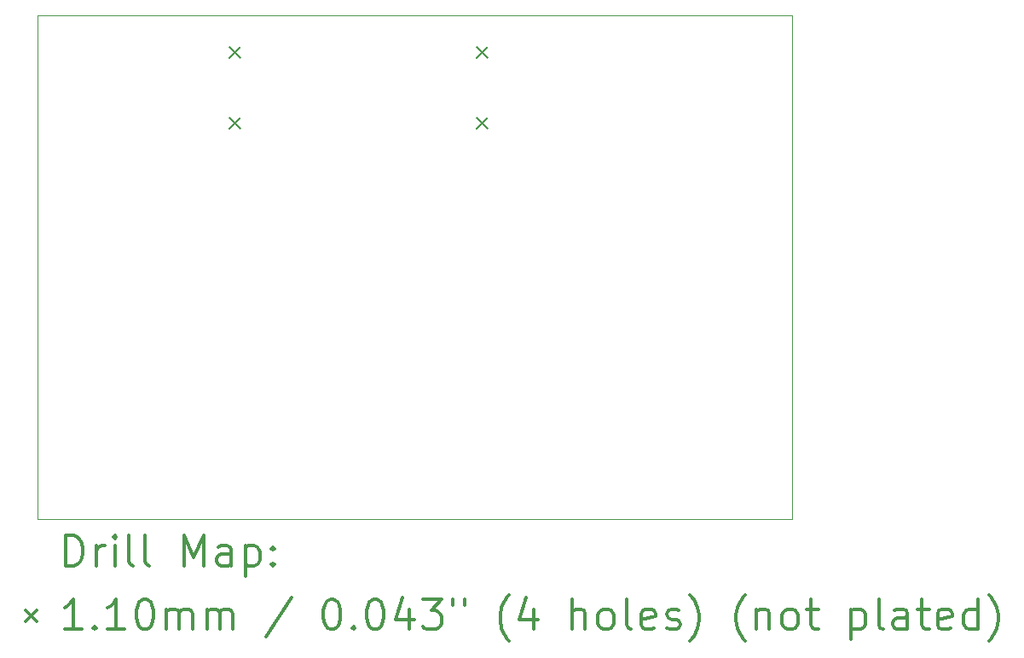
<source format=gbr>
%FSLAX45Y45*%
G04 Gerber Fmt 4.5, Leading zero omitted, Abs format (unit mm)*
G04 Created by KiCad (PCBNEW (5.1.9)-1) date 2021-12-15 22:15:21*
%MOMM*%
%LPD*%
G01*
G04 APERTURE LIST*
%TA.AperFunction,Profile*%
%ADD10C,0.050000*%
%TD*%
%ADD11C,0.200000*%
%ADD12C,0.300000*%
G04 APERTURE END LIST*
D10*
X14000000Y-10100000D02*
X14000000Y-5100000D01*
X21500000Y-5100000D02*
X21500000Y-10100000D01*
X21500000Y-10100000D02*
X14000000Y-10100000D01*
X14000000Y-5100000D02*
X21500000Y-5100000D01*
D11*
X15908900Y-5415500D02*
X16018900Y-5525500D01*
X16018900Y-5415500D02*
X15908900Y-5525500D01*
X15908900Y-6115500D02*
X16018900Y-6225500D01*
X16018900Y-6115500D02*
X15908900Y-6225500D01*
X18360000Y-5415500D02*
X18470000Y-5525500D01*
X18470000Y-5415500D02*
X18360000Y-5525500D01*
X18360000Y-6115500D02*
X18470000Y-6225500D01*
X18470000Y-6115500D02*
X18360000Y-6225500D01*
D12*
X14283928Y-10568214D02*
X14283928Y-10268214D01*
X14355357Y-10268214D01*
X14398214Y-10282500D01*
X14426786Y-10311072D01*
X14441071Y-10339643D01*
X14455357Y-10396786D01*
X14455357Y-10439643D01*
X14441071Y-10496786D01*
X14426786Y-10525357D01*
X14398214Y-10553929D01*
X14355357Y-10568214D01*
X14283928Y-10568214D01*
X14583928Y-10568214D02*
X14583928Y-10368214D01*
X14583928Y-10425357D02*
X14598214Y-10396786D01*
X14612500Y-10382500D01*
X14641071Y-10368214D01*
X14669643Y-10368214D01*
X14769643Y-10568214D02*
X14769643Y-10368214D01*
X14769643Y-10268214D02*
X14755357Y-10282500D01*
X14769643Y-10296786D01*
X14783928Y-10282500D01*
X14769643Y-10268214D01*
X14769643Y-10296786D01*
X14955357Y-10568214D02*
X14926786Y-10553929D01*
X14912500Y-10525357D01*
X14912500Y-10268214D01*
X15112500Y-10568214D02*
X15083928Y-10553929D01*
X15069643Y-10525357D01*
X15069643Y-10268214D01*
X15455357Y-10568214D02*
X15455357Y-10268214D01*
X15555357Y-10482500D01*
X15655357Y-10268214D01*
X15655357Y-10568214D01*
X15926786Y-10568214D02*
X15926786Y-10411072D01*
X15912500Y-10382500D01*
X15883928Y-10368214D01*
X15826786Y-10368214D01*
X15798214Y-10382500D01*
X15926786Y-10553929D02*
X15898214Y-10568214D01*
X15826786Y-10568214D01*
X15798214Y-10553929D01*
X15783928Y-10525357D01*
X15783928Y-10496786D01*
X15798214Y-10468214D01*
X15826786Y-10453929D01*
X15898214Y-10453929D01*
X15926786Y-10439643D01*
X16069643Y-10368214D02*
X16069643Y-10668214D01*
X16069643Y-10382500D02*
X16098214Y-10368214D01*
X16155357Y-10368214D01*
X16183928Y-10382500D01*
X16198214Y-10396786D01*
X16212500Y-10425357D01*
X16212500Y-10511072D01*
X16198214Y-10539643D01*
X16183928Y-10553929D01*
X16155357Y-10568214D01*
X16098214Y-10568214D01*
X16069643Y-10553929D01*
X16341071Y-10539643D02*
X16355357Y-10553929D01*
X16341071Y-10568214D01*
X16326786Y-10553929D01*
X16341071Y-10539643D01*
X16341071Y-10568214D01*
X16341071Y-10382500D02*
X16355357Y-10396786D01*
X16341071Y-10411072D01*
X16326786Y-10396786D01*
X16341071Y-10382500D01*
X16341071Y-10411072D01*
X13887500Y-11007500D02*
X13997500Y-11117500D01*
X13997500Y-11007500D02*
X13887500Y-11117500D01*
X14441071Y-11198214D02*
X14269643Y-11198214D01*
X14355357Y-11198214D02*
X14355357Y-10898214D01*
X14326786Y-10941072D01*
X14298214Y-10969643D01*
X14269643Y-10983929D01*
X14569643Y-11169643D02*
X14583928Y-11183929D01*
X14569643Y-11198214D01*
X14555357Y-11183929D01*
X14569643Y-11169643D01*
X14569643Y-11198214D01*
X14869643Y-11198214D02*
X14698214Y-11198214D01*
X14783928Y-11198214D02*
X14783928Y-10898214D01*
X14755357Y-10941072D01*
X14726786Y-10969643D01*
X14698214Y-10983929D01*
X15055357Y-10898214D02*
X15083928Y-10898214D01*
X15112500Y-10912500D01*
X15126786Y-10926786D01*
X15141071Y-10955357D01*
X15155357Y-11012500D01*
X15155357Y-11083929D01*
X15141071Y-11141072D01*
X15126786Y-11169643D01*
X15112500Y-11183929D01*
X15083928Y-11198214D01*
X15055357Y-11198214D01*
X15026786Y-11183929D01*
X15012500Y-11169643D01*
X14998214Y-11141072D01*
X14983928Y-11083929D01*
X14983928Y-11012500D01*
X14998214Y-10955357D01*
X15012500Y-10926786D01*
X15026786Y-10912500D01*
X15055357Y-10898214D01*
X15283928Y-11198214D02*
X15283928Y-10998214D01*
X15283928Y-11026786D02*
X15298214Y-11012500D01*
X15326786Y-10998214D01*
X15369643Y-10998214D01*
X15398214Y-11012500D01*
X15412500Y-11041072D01*
X15412500Y-11198214D01*
X15412500Y-11041072D02*
X15426786Y-11012500D01*
X15455357Y-10998214D01*
X15498214Y-10998214D01*
X15526786Y-11012500D01*
X15541071Y-11041072D01*
X15541071Y-11198214D01*
X15683928Y-11198214D02*
X15683928Y-10998214D01*
X15683928Y-11026786D02*
X15698214Y-11012500D01*
X15726786Y-10998214D01*
X15769643Y-10998214D01*
X15798214Y-11012500D01*
X15812500Y-11041072D01*
X15812500Y-11198214D01*
X15812500Y-11041072D02*
X15826786Y-11012500D01*
X15855357Y-10998214D01*
X15898214Y-10998214D01*
X15926786Y-11012500D01*
X15941071Y-11041072D01*
X15941071Y-11198214D01*
X16526786Y-10883929D02*
X16269643Y-11269643D01*
X16912500Y-10898214D02*
X16941071Y-10898214D01*
X16969643Y-10912500D01*
X16983928Y-10926786D01*
X16998214Y-10955357D01*
X17012500Y-11012500D01*
X17012500Y-11083929D01*
X16998214Y-11141072D01*
X16983928Y-11169643D01*
X16969643Y-11183929D01*
X16941071Y-11198214D01*
X16912500Y-11198214D01*
X16883928Y-11183929D01*
X16869643Y-11169643D01*
X16855357Y-11141072D01*
X16841071Y-11083929D01*
X16841071Y-11012500D01*
X16855357Y-10955357D01*
X16869643Y-10926786D01*
X16883928Y-10912500D01*
X16912500Y-10898214D01*
X17141071Y-11169643D02*
X17155357Y-11183929D01*
X17141071Y-11198214D01*
X17126786Y-11183929D01*
X17141071Y-11169643D01*
X17141071Y-11198214D01*
X17341071Y-10898214D02*
X17369643Y-10898214D01*
X17398214Y-10912500D01*
X17412500Y-10926786D01*
X17426786Y-10955357D01*
X17441071Y-11012500D01*
X17441071Y-11083929D01*
X17426786Y-11141072D01*
X17412500Y-11169643D01*
X17398214Y-11183929D01*
X17369643Y-11198214D01*
X17341071Y-11198214D01*
X17312500Y-11183929D01*
X17298214Y-11169643D01*
X17283928Y-11141072D01*
X17269643Y-11083929D01*
X17269643Y-11012500D01*
X17283928Y-10955357D01*
X17298214Y-10926786D01*
X17312500Y-10912500D01*
X17341071Y-10898214D01*
X17698214Y-10998214D02*
X17698214Y-11198214D01*
X17626786Y-10883929D02*
X17555357Y-11098214D01*
X17741071Y-11098214D01*
X17826786Y-10898214D02*
X18012500Y-10898214D01*
X17912500Y-11012500D01*
X17955357Y-11012500D01*
X17983928Y-11026786D01*
X17998214Y-11041072D01*
X18012500Y-11069643D01*
X18012500Y-11141072D01*
X17998214Y-11169643D01*
X17983928Y-11183929D01*
X17955357Y-11198214D01*
X17869643Y-11198214D01*
X17841071Y-11183929D01*
X17826786Y-11169643D01*
X18126786Y-10898214D02*
X18126786Y-10955357D01*
X18241071Y-10898214D02*
X18241071Y-10955357D01*
X18683928Y-11312500D02*
X18669643Y-11298214D01*
X18641071Y-11255357D01*
X18626786Y-11226786D01*
X18612500Y-11183929D01*
X18598214Y-11112500D01*
X18598214Y-11055357D01*
X18612500Y-10983929D01*
X18626786Y-10941072D01*
X18641071Y-10912500D01*
X18669643Y-10869643D01*
X18683928Y-10855357D01*
X18926786Y-10998214D02*
X18926786Y-11198214D01*
X18855357Y-10883929D02*
X18783928Y-11098214D01*
X18969643Y-11098214D01*
X19312500Y-11198214D02*
X19312500Y-10898214D01*
X19441071Y-11198214D02*
X19441071Y-11041072D01*
X19426786Y-11012500D01*
X19398214Y-10998214D01*
X19355357Y-10998214D01*
X19326786Y-11012500D01*
X19312500Y-11026786D01*
X19626786Y-11198214D02*
X19598214Y-11183929D01*
X19583928Y-11169643D01*
X19569643Y-11141072D01*
X19569643Y-11055357D01*
X19583928Y-11026786D01*
X19598214Y-11012500D01*
X19626786Y-10998214D01*
X19669643Y-10998214D01*
X19698214Y-11012500D01*
X19712500Y-11026786D01*
X19726786Y-11055357D01*
X19726786Y-11141072D01*
X19712500Y-11169643D01*
X19698214Y-11183929D01*
X19669643Y-11198214D01*
X19626786Y-11198214D01*
X19898214Y-11198214D02*
X19869643Y-11183929D01*
X19855357Y-11155357D01*
X19855357Y-10898214D01*
X20126786Y-11183929D02*
X20098214Y-11198214D01*
X20041071Y-11198214D01*
X20012500Y-11183929D01*
X19998214Y-11155357D01*
X19998214Y-11041072D01*
X20012500Y-11012500D01*
X20041071Y-10998214D01*
X20098214Y-10998214D01*
X20126786Y-11012500D01*
X20141071Y-11041072D01*
X20141071Y-11069643D01*
X19998214Y-11098214D01*
X20255357Y-11183929D02*
X20283928Y-11198214D01*
X20341071Y-11198214D01*
X20369643Y-11183929D01*
X20383928Y-11155357D01*
X20383928Y-11141072D01*
X20369643Y-11112500D01*
X20341071Y-11098214D01*
X20298214Y-11098214D01*
X20269643Y-11083929D01*
X20255357Y-11055357D01*
X20255357Y-11041072D01*
X20269643Y-11012500D01*
X20298214Y-10998214D01*
X20341071Y-10998214D01*
X20369643Y-11012500D01*
X20483928Y-11312500D02*
X20498214Y-11298214D01*
X20526786Y-11255357D01*
X20541071Y-11226786D01*
X20555357Y-11183929D01*
X20569643Y-11112500D01*
X20569643Y-11055357D01*
X20555357Y-10983929D01*
X20541071Y-10941072D01*
X20526786Y-10912500D01*
X20498214Y-10869643D01*
X20483928Y-10855357D01*
X21026786Y-11312500D02*
X21012500Y-11298214D01*
X20983928Y-11255357D01*
X20969643Y-11226786D01*
X20955357Y-11183929D01*
X20941071Y-11112500D01*
X20941071Y-11055357D01*
X20955357Y-10983929D01*
X20969643Y-10941072D01*
X20983928Y-10912500D01*
X21012500Y-10869643D01*
X21026786Y-10855357D01*
X21141071Y-10998214D02*
X21141071Y-11198214D01*
X21141071Y-11026786D02*
X21155357Y-11012500D01*
X21183928Y-10998214D01*
X21226786Y-10998214D01*
X21255357Y-11012500D01*
X21269643Y-11041072D01*
X21269643Y-11198214D01*
X21455357Y-11198214D02*
X21426786Y-11183929D01*
X21412500Y-11169643D01*
X21398214Y-11141072D01*
X21398214Y-11055357D01*
X21412500Y-11026786D01*
X21426786Y-11012500D01*
X21455357Y-10998214D01*
X21498214Y-10998214D01*
X21526786Y-11012500D01*
X21541071Y-11026786D01*
X21555357Y-11055357D01*
X21555357Y-11141072D01*
X21541071Y-11169643D01*
X21526786Y-11183929D01*
X21498214Y-11198214D01*
X21455357Y-11198214D01*
X21641071Y-10998214D02*
X21755357Y-10998214D01*
X21683928Y-10898214D02*
X21683928Y-11155357D01*
X21698214Y-11183929D01*
X21726786Y-11198214D01*
X21755357Y-11198214D01*
X22083928Y-10998214D02*
X22083928Y-11298214D01*
X22083928Y-11012500D02*
X22112500Y-10998214D01*
X22169643Y-10998214D01*
X22198214Y-11012500D01*
X22212500Y-11026786D01*
X22226786Y-11055357D01*
X22226786Y-11141072D01*
X22212500Y-11169643D01*
X22198214Y-11183929D01*
X22169643Y-11198214D01*
X22112500Y-11198214D01*
X22083928Y-11183929D01*
X22398214Y-11198214D02*
X22369643Y-11183929D01*
X22355357Y-11155357D01*
X22355357Y-10898214D01*
X22641071Y-11198214D02*
X22641071Y-11041072D01*
X22626786Y-11012500D01*
X22598214Y-10998214D01*
X22541071Y-10998214D01*
X22512500Y-11012500D01*
X22641071Y-11183929D02*
X22612500Y-11198214D01*
X22541071Y-11198214D01*
X22512500Y-11183929D01*
X22498214Y-11155357D01*
X22498214Y-11126786D01*
X22512500Y-11098214D01*
X22541071Y-11083929D01*
X22612500Y-11083929D01*
X22641071Y-11069643D01*
X22741071Y-10998214D02*
X22855357Y-10998214D01*
X22783928Y-10898214D02*
X22783928Y-11155357D01*
X22798214Y-11183929D01*
X22826786Y-11198214D01*
X22855357Y-11198214D01*
X23069643Y-11183929D02*
X23041071Y-11198214D01*
X22983928Y-11198214D01*
X22955357Y-11183929D01*
X22941071Y-11155357D01*
X22941071Y-11041072D01*
X22955357Y-11012500D01*
X22983928Y-10998214D01*
X23041071Y-10998214D01*
X23069643Y-11012500D01*
X23083928Y-11041072D01*
X23083928Y-11069643D01*
X22941071Y-11098214D01*
X23341071Y-11198214D02*
X23341071Y-10898214D01*
X23341071Y-11183929D02*
X23312500Y-11198214D01*
X23255357Y-11198214D01*
X23226786Y-11183929D01*
X23212500Y-11169643D01*
X23198214Y-11141072D01*
X23198214Y-11055357D01*
X23212500Y-11026786D01*
X23226786Y-11012500D01*
X23255357Y-10998214D01*
X23312500Y-10998214D01*
X23341071Y-11012500D01*
X23455357Y-11312500D02*
X23469643Y-11298214D01*
X23498214Y-11255357D01*
X23512500Y-11226786D01*
X23526786Y-11183929D01*
X23541071Y-11112500D01*
X23541071Y-11055357D01*
X23526786Y-10983929D01*
X23512500Y-10941072D01*
X23498214Y-10912500D01*
X23469643Y-10869643D01*
X23455357Y-10855357D01*
M02*

</source>
